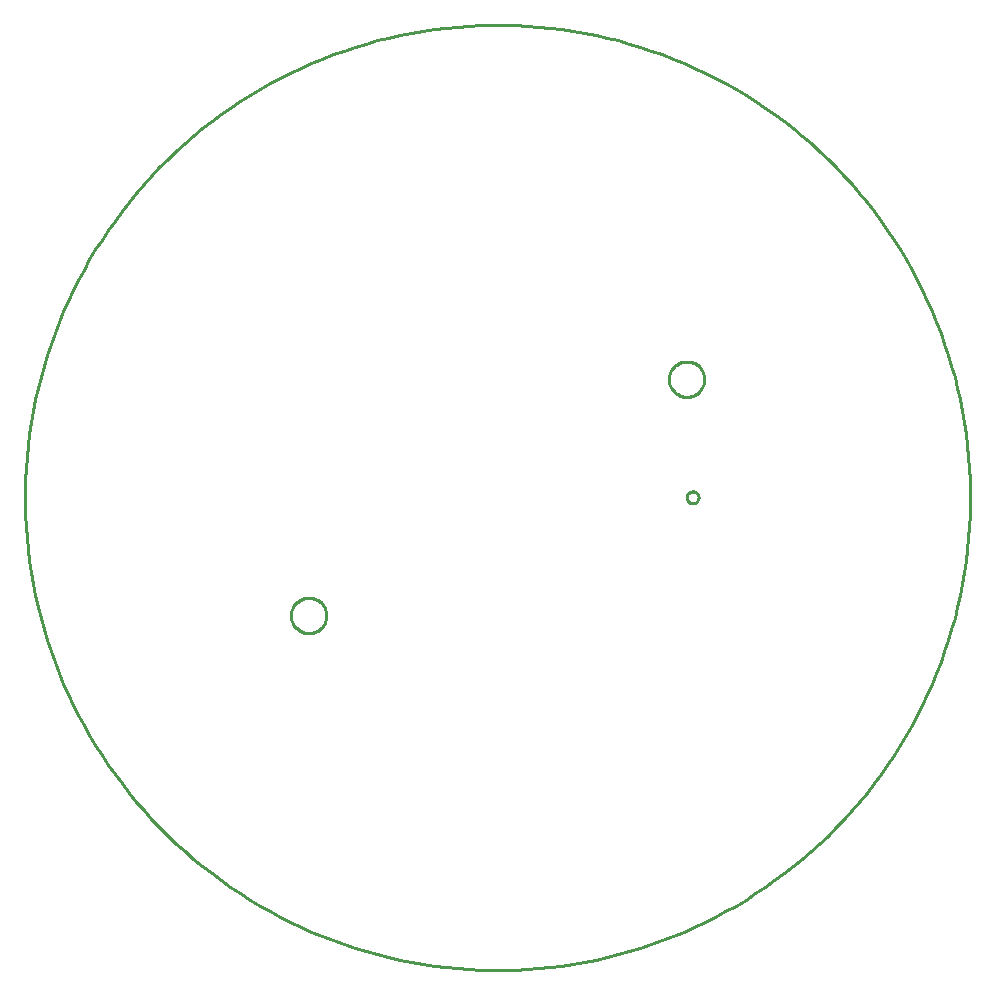
<source format=gbr>
G04 EAGLE Gerber RS-274X export*
G75*
%MOMM*%
%FSLAX34Y34*%
%LPD*%
%IN*%
%IPPOS*%
%AMOC8*
5,1,8,0,0,1.08239X$1,22.5*%
G01*
%ADD10C,0.254000*%


D10*
X800000Y395091D02*
X800000Y404909D01*
X799759Y414724D01*
X799277Y424530D01*
X798555Y434322D01*
X797593Y444092D01*
X796391Y453836D01*
X794950Y463548D01*
X793272Y473221D01*
X791356Y482851D01*
X789205Y492430D01*
X786820Y501954D01*
X784201Y511416D01*
X781351Y520811D01*
X778271Y530134D01*
X774964Y539378D01*
X771430Y548538D01*
X767673Y557609D01*
X763695Y566584D01*
X759497Y575460D01*
X755083Y584229D01*
X750454Y592888D01*
X745615Y601431D01*
X740568Y609852D01*
X735315Y618146D01*
X729861Y626310D01*
X724207Y634337D01*
X718359Y642223D01*
X712318Y649963D01*
X706090Y657552D01*
X699677Y664986D01*
X693084Y672261D01*
X686314Y679372D01*
X679372Y686314D01*
X672261Y693084D01*
X664986Y699677D01*
X657552Y706090D01*
X649963Y712318D01*
X642223Y718359D01*
X634337Y724207D01*
X626310Y729861D01*
X618146Y735315D01*
X609852Y740568D01*
X601431Y745615D01*
X592888Y750454D01*
X584229Y755083D01*
X575460Y759497D01*
X566584Y763695D01*
X557609Y767673D01*
X548538Y771430D01*
X539378Y774964D01*
X530134Y778271D01*
X520811Y781351D01*
X511416Y784201D01*
X501954Y786820D01*
X492430Y789205D01*
X482851Y791356D01*
X473221Y793272D01*
X463548Y794950D01*
X453836Y796391D01*
X444092Y797593D01*
X434322Y798555D01*
X424530Y799277D01*
X414724Y799759D01*
X404909Y800000D01*
X395091Y800000D01*
X385276Y799759D01*
X375470Y799277D01*
X365679Y798555D01*
X355908Y797593D01*
X346164Y796391D01*
X336452Y794950D01*
X326779Y793272D01*
X317149Y791356D01*
X307570Y789205D01*
X298046Y786820D01*
X288584Y784201D01*
X279189Y781351D01*
X269866Y778271D01*
X260622Y774964D01*
X251462Y771430D01*
X242391Y767673D01*
X233416Y763695D01*
X224540Y759497D01*
X215771Y755083D01*
X207112Y750454D01*
X198569Y745615D01*
X190148Y740568D01*
X181854Y735315D01*
X173690Y729861D01*
X165663Y724207D01*
X157777Y718359D01*
X150037Y712318D01*
X142448Y706090D01*
X135014Y699677D01*
X127739Y693084D01*
X120628Y686314D01*
X113686Y679372D01*
X106916Y672261D01*
X100323Y664986D01*
X93910Y657552D01*
X87682Y649963D01*
X81641Y642223D01*
X75793Y634337D01*
X70139Y626310D01*
X64685Y618146D01*
X59432Y609852D01*
X54385Y601431D01*
X49546Y592888D01*
X44917Y584229D01*
X40503Y575460D01*
X36305Y566584D01*
X32327Y557609D01*
X28570Y548538D01*
X25036Y539378D01*
X21729Y530134D01*
X18649Y520811D01*
X15799Y511416D01*
X13180Y501954D01*
X10795Y492430D01*
X8644Y482851D01*
X6728Y473221D01*
X5050Y463548D01*
X3609Y453836D01*
X2407Y444092D01*
X1445Y434322D01*
X723Y424530D01*
X241Y414724D01*
X0Y404909D01*
X0Y395091D01*
X241Y385276D01*
X723Y375470D01*
X1445Y365679D01*
X2407Y355908D01*
X3609Y346164D01*
X5050Y336452D01*
X6728Y326779D01*
X8644Y317149D01*
X10795Y307570D01*
X13180Y298046D01*
X15799Y288584D01*
X18649Y279189D01*
X21729Y269866D01*
X25036Y260622D01*
X28570Y251462D01*
X32327Y242391D01*
X36305Y233416D01*
X40503Y224540D01*
X44917Y215771D01*
X49546Y207112D01*
X54385Y198569D01*
X59432Y190148D01*
X64685Y181854D01*
X70139Y173690D01*
X75793Y165663D01*
X81641Y157777D01*
X87682Y150037D01*
X93910Y142448D01*
X100323Y135014D01*
X106916Y127739D01*
X113686Y120628D01*
X120628Y113686D01*
X127739Y106916D01*
X135014Y100323D01*
X142448Y93910D01*
X150037Y87682D01*
X157777Y81641D01*
X165663Y75793D01*
X173690Y70139D01*
X181854Y64685D01*
X190148Y59432D01*
X198569Y54385D01*
X207112Y49546D01*
X215771Y44917D01*
X224540Y40503D01*
X233416Y36305D01*
X242391Y32327D01*
X251462Y28570D01*
X260622Y25036D01*
X269866Y21729D01*
X279189Y18649D01*
X288584Y15799D01*
X298046Y13180D01*
X307570Y10795D01*
X317149Y8644D01*
X326779Y6728D01*
X336452Y5050D01*
X346164Y3609D01*
X355908Y2407D01*
X365679Y1445D01*
X375470Y723D01*
X385276Y241D01*
X395091Y0D01*
X404909Y0D01*
X414724Y241D01*
X424530Y723D01*
X434322Y1445D01*
X444092Y2407D01*
X453836Y3609D01*
X463548Y5050D01*
X473221Y6728D01*
X482851Y8644D01*
X492430Y10795D01*
X501954Y13180D01*
X511416Y15799D01*
X520811Y18649D01*
X530134Y21729D01*
X539378Y25036D01*
X548538Y28570D01*
X557609Y32327D01*
X566584Y36305D01*
X575460Y40503D01*
X584229Y44917D01*
X592888Y49546D01*
X601431Y54385D01*
X609852Y59432D01*
X618146Y64685D01*
X626310Y70139D01*
X634337Y75793D01*
X642223Y81641D01*
X649963Y87682D01*
X657552Y93910D01*
X664986Y100323D01*
X672261Y106916D01*
X679372Y113686D01*
X686314Y120628D01*
X693084Y127739D01*
X699677Y135014D01*
X706090Y142448D01*
X712318Y150037D01*
X718359Y157777D01*
X724207Y165663D01*
X729861Y173690D01*
X735315Y181854D01*
X740568Y190148D01*
X745615Y198569D01*
X750454Y207112D01*
X755083Y215771D01*
X759497Y224540D01*
X763695Y233416D01*
X767673Y242391D01*
X771430Y251462D01*
X774964Y260622D01*
X778271Y269866D01*
X781351Y279189D01*
X784201Y288584D01*
X786820Y298046D01*
X789205Y307570D01*
X791356Y317149D01*
X793272Y326779D01*
X794950Y336452D01*
X796391Y346164D01*
X797593Y355908D01*
X798555Y365679D01*
X799277Y375470D01*
X799759Y385276D01*
X800000Y395091D01*
X575000Y499464D02*
X574924Y498396D01*
X574771Y497335D01*
X574543Y496288D01*
X574241Y495260D01*
X573867Y494256D01*
X573422Y493281D01*
X572908Y492341D01*
X572329Y491440D01*
X571687Y490582D01*
X570985Y489772D01*
X570228Y489015D01*
X569418Y488313D01*
X568560Y487671D01*
X567659Y487092D01*
X566719Y486578D01*
X565744Y486133D01*
X564740Y485759D01*
X563712Y485457D01*
X562665Y485229D01*
X561604Y485076D01*
X560536Y485000D01*
X559464Y485000D01*
X558396Y485076D01*
X557335Y485229D01*
X556288Y485457D01*
X555260Y485759D01*
X554256Y486133D01*
X553281Y486578D01*
X552341Y487092D01*
X551440Y487671D01*
X550582Y488313D01*
X549772Y489015D01*
X549015Y489772D01*
X548313Y490582D01*
X547671Y491440D01*
X547092Y492341D01*
X546578Y493281D01*
X546133Y494256D01*
X545759Y495260D01*
X545457Y496288D01*
X545229Y497335D01*
X545076Y498396D01*
X545000Y499464D01*
X545000Y500536D01*
X545076Y501604D01*
X545229Y502665D01*
X545457Y503712D01*
X545759Y504740D01*
X546133Y505744D01*
X546578Y506719D01*
X547092Y507659D01*
X547671Y508560D01*
X548313Y509418D01*
X549015Y510228D01*
X549772Y510985D01*
X550582Y511687D01*
X551440Y512329D01*
X552341Y512908D01*
X553281Y513422D01*
X554256Y513867D01*
X555260Y514241D01*
X556288Y514543D01*
X557335Y514771D01*
X558396Y514924D01*
X559464Y515000D01*
X560536Y515000D01*
X561604Y514924D01*
X562665Y514771D01*
X563712Y514543D01*
X564740Y514241D01*
X565744Y513867D01*
X566719Y513422D01*
X567659Y512908D01*
X568560Y512329D01*
X569418Y511687D01*
X570228Y510985D01*
X570985Y510228D01*
X571687Y509418D01*
X572329Y508560D01*
X572908Y507659D01*
X573422Y506719D01*
X573867Y505744D01*
X574241Y504740D01*
X574543Y503712D01*
X574771Y502665D01*
X574924Y501604D01*
X575000Y500536D01*
X575000Y499464D01*
X255000Y299464D02*
X254924Y298396D01*
X254771Y297335D01*
X254543Y296288D01*
X254241Y295260D01*
X253867Y294256D01*
X253422Y293281D01*
X252908Y292341D01*
X252329Y291440D01*
X251687Y290582D01*
X250985Y289772D01*
X250228Y289015D01*
X249418Y288313D01*
X248560Y287671D01*
X247659Y287092D01*
X246719Y286578D01*
X245744Y286133D01*
X244740Y285759D01*
X243712Y285457D01*
X242665Y285229D01*
X241604Y285076D01*
X240536Y285000D01*
X239464Y285000D01*
X238396Y285076D01*
X237335Y285229D01*
X236288Y285457D01*
X235260Y285759D01*
X234256Y286133D01*
X233281Y286578D01*
X232341Y287092D01*
X231440Y287671D01*
X230582Y288313D01*
X229772Y289015D01*
X229015Y289772D01*
X228313Y290582D01*
X227671Y291440D01*
X227092Y292341D01*
X226578Y293281D01*
X226133Y294256D01*
X225759Y295260D01*
X225457Y296288D01*
X225229Y297335D01*
X225076Y298396D01*
X225000Y299464D01*
X225000Y300536D01*
X225076Y301604D01*
X225229Y302665D01*
X225457Y303712D01*
X225759Y304740D01*
X226133Y305744D01*
X226578Y306719D01*
X227092Y307659D01*
X227671Y308560D01*
X228313Y309418D01*
X229015Y310228D01*
X229772Y310985D01*
X230582Y311687D01*
X231440Y312329D01*
X232341Y312908D01*
X233281Y313422D01*
X234256Y313867D01*
X235260Y314241D01*
X236288Y314543D01*
X237335Y314771D01*
X238396Y314924D01*
X239464Y315000D01*
X240536Y315000D01*
X241604Y314924D01*
X242665Y314771D01*
X243712Y314543D01*
X244740Y314241D01*
X245744Y313867D01*
X246719Y313422D01*
X247659Y312908D01*
X248560Y312329D01*
X249418Y311687D01*
X250228Y310985D01*
X250985Y310228D01*
X251687Y309418D01*
X252329Y308560D01*
X252908Y307659D01*
X253422Y306719D01*
X253867Y305744D01*
X254241Y304740D01*
X254543Y303712D01*
X254771Y302665D01*
X254924Y301604D01*
X255000Y300536D01*
X255000Y299464D01*
X570100Y399719D02*
X570037Y399161D01*
X569912Y398614D01*
X569727Y398084D01*
X569483Y397578D01*
X569184Y397102D01*
X568834Y396663D01*
X568437Y396266D01*
X567998Y395916D01*
X567522Y395617D01*
X567016Y395373D01*
X566486Y395188D01*
X565939Y395063D01*
X565381Y395000D01*
X564819Y395000D01*
X564261Y395063D01*
X563714Y395188D01*
X563184Y395373D01*
X562678Y395617D01*
X562202Y395916D01*
X561763Y396266D01*
X561366Y396663D01*
X561016Y397102D01*
X560717Y397578D01*
X560473Y398084D01*
X560288Y398614D01*
X560163Y399161D01*
X560100Y399719D01*
X560100Y400281D01*
X560163Y400839D01*
X560288Y401386D01*
X560473Y401916D01*
X560717Y402422D01*
X561016Y402898D01*
X561366Y403337D01*
X561763Y403734D01*
X562202Y404084D01*
X562678Y404383D01*
X563184Y404627D01*
X563714Y404812D01*
X564261Y404937D01*
X564819Y405000D01*
X565381Y405000D01*
X565939Y404937D01*
X566486Y404812D01*
X567016Y404627D01*
X567522Y404383D01*
X567998Y404084D01*
X568437Y403734D01*
X568834Y403337D01*
X569184Y402898D01*
X569483Y402422D01*
X569727Y401916D01*
X569912Y401386D01*
X570037Y400839D01*
X570100Y400281D01*
X570100Y399719D01*
M02*

</source>
